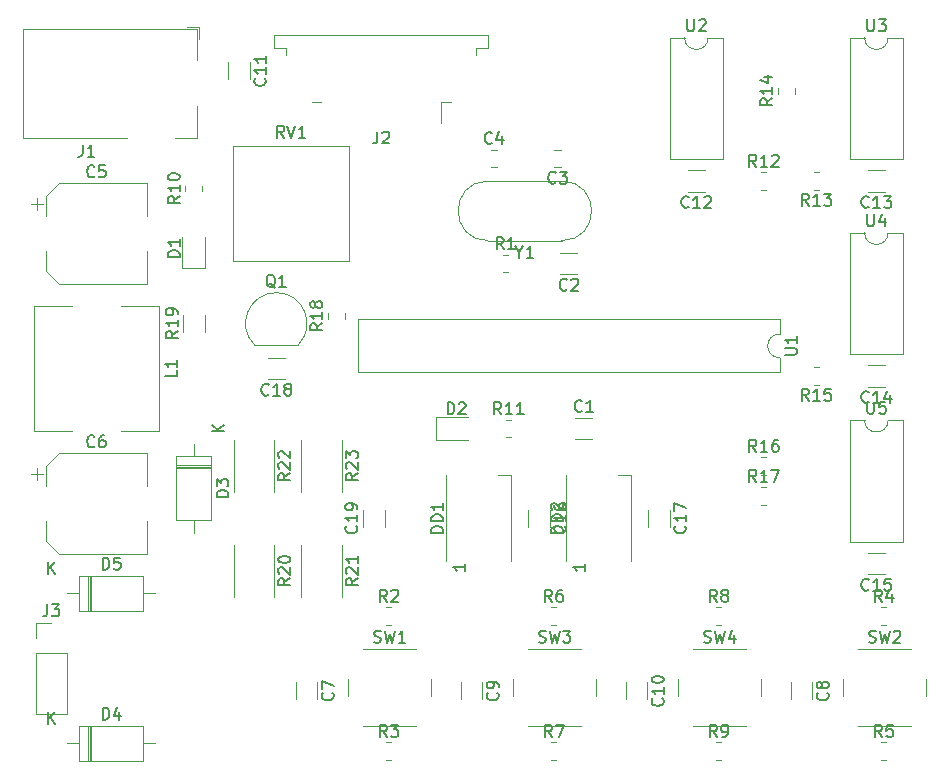
<source format=gbr>
%TF.GenerationSoftware,KiCad,Pcbnew,(5.1.10)-1*%
%TF.CreationDate,2021-06-26T23:15:49+03:00*%
%TF.ProjectId,ambient,616d6269-656e-4742-9e6b-696361645f70,rev?*%
%TF.SameCoordinates,Original*%
%TF.FileFunction,Legend,Top*%
%TF.FilePolarity,Positive*%
%FSLAX46Y46*%
G04 Gerber Fmt 4.6, Leading zero omitted, Abs format (unit mm)*
G04 Created by KiCad (PCBNEW (5.1.10)-1) date 2021-06-26 23:15:49*
%MOMM*%
%LPD*%
G01*
G04 APERTURE LIST*
%ADD10C,0.120000*%
%ADD11C,0.150000*%
G04 APERTURE END LIST*
D10*
%TO.C,C1*%
X60883748Y-48620000D02*
X62306252Y-48620000D01*
X60883748Y-50440000D02*
X62306252Y-50440000D01*
%TO.C,C2*%
X61036252Y-34650000D02*
X59613748Y-34650000D01*
X61036252Y-36470000D02*
X59613748Y-36470000D01*
%TO.C,J1*%
X29040000Y-16570000D02*
X29040000Y-15520000D01*
X27990000Y-15520000D02*
X29040000Y-15520000D01*
X22940000Y-24920000D02*
X14140000Y-24920000D01*
X14140000Y-24920000D02*
X14140000Y-15720000D01*
X28840000Y-22220000D02*
X28840000Y-24920000D01*
X28840000Y-24920000D02*
X26940000Y-24920000D01*
X14140000Y-15720000D02*
X28840000Y-15720000D01*
X28840000Y-15720000D02*
X28840000Y-18320000D01*
%TO.C,U1*%
X78165000Y-41545000D02*
X78165000Y-40295000D01*
X78165000Y-40295000D02*
X42485000Y-40295000D01*
X42485000Y-40295000D02*
X42485000Y-44795000D01*
X42485000Y-44795000D02*
X78165000Y-44795000D01*
X78165000Y-44795000D02*
X78165000Y-43545000D01*
X78165000Y-43545000D02*
G75*
G02*
X78165000Y-41545000I0J1000000D01*
G01*
%TO.C,C3*%
X59631252Y-27405000D02*
X59108748Y-27405000D01*
X59631252Y-25935000D02*
X59108748Y-25935000D01*
%TO.C,C4*%
X53713748Y-27405000D02*
X54236252Y-27405000D01*
X53713748Y-25935000D02*
X54236252Y-25935000D01*
%TO.C,R1*%
X54740436Y-34825000D02*
X55194564Y-34825000D01*
X54740436Y-36295000D02*
X55194564Y-36295000D01*
%TO.C,Y1*%
X59730000Y-33640000D02*
X53480000Y-33640000D01*
X59730000Y-28590000D02*
X53480000Y-28590000D01*
X59730000Y-28590000D02*
G75*
G02*
X59730000Y-33640000I0J-2525000D01*
G01*
X53480000Y-28590000D02*
G75*
G03*
X53480000Y-33640000I0J-2525000D01*
G01*
%TO.C,C5*%
X24580000Y-37280000D02*
X24580000Y-34530000D01*
X24580000Y-28760000D02*
X24580000Y-31510000D01*
X17124437Y-28760000D02*
X24580000Y-28760000D01*
X17124437Y-37280000D02*
X24580000Y-37280000D01*
X16060000Y-36215563D02*
X16060000Y-34530000D01*
X16060000Y-29824437D02*
X16060000Y-31510000D01*
X16060000Y-29824437D02*
X17124437Y-28760000D01*
X16060000Y-36215563D02*
X17124437Y-37280000D01*
X14820000Y-30510000D02*
X15820000Y-30510000D01*
X15320000Y-30010000D02*
X15320000Y-31010000D01*
%TO.C,C6*%
X15320000Y-52870000D02*
X15320000Y-53870000D01*
X14820000Y-53370000D02*
X15820000Y-53370000D01*
X16060000Y-59075563D02*
X17124437Y-60140000D01*
X16060000Y-52684437D02*
X17124437Y-51620000D01*
X16060000Y-52684437D02*
X16060000Y-54370000D01*
X16060000Y-59075563D02*
X16060000Y-57390000D01*
X17124437Y-60140000D02*
X24580000Y-60140000D01*
X17124437Y-51620000D02*
X24580000Y-51620000D01*
X24580000Y-51620000D02*
X24580000Y-54370000D01*
X24580000Y-60140000D02*
X24580000Y-57390000D01*
%TO.C,C7*%
X39010000Y-71043748D02*
X39010000Y-72466252D01*
X37190000Y-71043748D02*
X37190000Y-72466252D01*
%TO.C,L1*%
X18220000Y-49750000D02*
X15020000Y-49750000D01*
X15020000Y-49750000D02*
X15020000Y-39150000D01*
X15020000Y-39150000D02*
X18220000Y-39150000D01*
X22420000Y-39150000D02*
X25620000Y-39150000D01*
X25620000Y-39150000D02*
X25620000Y-49750000D01*
X25620000Y-49750000D02*
X22420000Y-49750000D01*
%TO.C,R2*%
X44857936Y-66140000D02*
X45312064Y-66140000D01*
X44857936Y-64670000D02*
X45312064Y-64670000D01*
%TO.C,R3*%
X44857936Y-76100000D02*
X45312064Y-76100000D01*
X44857936Y-77570000D02*
X45312064Y-77570000D01*
%TO.C,C8*%
X80920000Y-71043748D02*
X80920000Y-72466252D01*
X79100000Y-71043748D02*
X79100000Y-72466252D01*
%TO.C,C9*%
X51160000Y-71043748D02*
X51160000Y-72466252D01*
X52980000Y-71043748D02*
X52980000Y-72466252D01*
%TO.C,C10*%
X65130000Y-71043748D02*
X65130000Y-72466252D01*
X66950000Y-71043748D02*
X66950000Y-72466252D01*
%TO.C,C11*%
X33295000Y-18543748D02*
X33295000Y-19966252D01*
X31475000Y-18543748D02*
X31475000Y-19966252D01*
%TO.C,D1*%
X29535000Y-35975000D02*
X29535000Y-33290000D01*
X27615000Y-35975000D02*
X29535000Y-35975000D01*
X27615000Y-33290000D02*
X27615000Y-35975000D01*
%TO.C,D2*%
X51800000Y-48570000D02*
X49115000Y-48570000D01*
X49115000Y-48570000D02*
X49115000Y-50490000D01*
X49115000Y-50490000D02*
X51800000Y-50490000D01*
%TO.C,J2*%
X36405000Y-17895000D02*
X36405000Y-17355000D01*
X36405000Y-17355000D02*
X35380000Y-17355000D01*
X35380000Y-17355000D02*
X35380000Y-16245000D01*
X35380000Y-16245000D02*
X53520000Y-16245000D01*
X53520000Y-16245000D02*
X53520000Y-17355000D01*
X53520000Y-17355000D02*
X52495000Y-17355000D01*
X52495000Y-17355000D02*
X52495000Y-17895000D01*
X50340000Y-21865000D02*
X49515000Y-21865000D01*
X49515000Y-21865000D02*
X49515000Y-23665000D01*
X39385000Y-21865000D02*
X38560000Y-21865000D01*
%TO.C,R4*%
X86767936Y-64670000D02*
X87222064Y-64670000D01*
X86767936Y-66140000D02*
X87222064Y-66140000D01*
%TO.C,R5*%
X86767936Y-77570000D02*
X87222064Y-77570000D01*
X86767936Y-76100000D02*
X87222064Y-76100000D01*
%TO.C,R6*%
X58827936Y-66140000D02*
X59282064Y-66140000D01*
X58827936Y-64670000D02*
X59282064Y-64670000D01*
%TO.C,R7*%
X58827936Y-76100000D02*
X59282064Y-76100000D01*
X58827936Y-77570000D02*
X59282064Y-77570000D01*
%TO.C,R8*%
X72797936Y-66140000D02*
X73252064Y-66140000D01*
X72797936Y-64670000D02*
X73252064Y-64670000D01*
%TO.C,R9*%
X72797936Y-76100000D02*
X73252064Y-76100000D01*
X72797936Y-77570000D02*
X73252064Y-77570000D01*
%TO.C,R10*%
X27840000Y-29437064D02*
X27840000Y-28982936D01*
X29310000Y-29437064D02*
X29310000Y-28982936D01*
%TO.C,R11*%
X55017936Y-50265000D02*
X55472064Y-50265000D01*
X55017936Y-48795000D02*
X55472064Y-48795000D01*
%TO.C,RV1*%
X31930000Y-25595000D02*
X41700000Y-25595000D01*
X31930000Y-35365000D02*
X41700000Y-35365000D01*
X31930000Y-25595000D02*
X31930000Y-35365000D01*
X41700000Y-25595000D02*
X41700000Y-35365000D01*
%TO.C,C12*%
X71831252Y-27665000D02*
X70408748Y-27665000D01*
X71831252Y-29485000D02*
X70408748Y-29485000D01*
%TO.C,C13*%
X87071252Y-29485000D02*
X85648748Y-29485000D01*
X87071252Y-27665000D02*
X85648748Y-27665000D01*
%TO.C,C14*%
X87071252Y-44175000D02*
X85648748Y-44175000D01*
X87071252Y-45995000D02*
X85648748Y-45995000D01*
%TO.C,C15*%
X87071252Y-61870000D02*
X85648748Y-61870000D01*
X87071252Y-60050000D02*
X85648748Y-60050000D01*
%TO.C,R12*%
X76607936Y-27840000D02*
X77062064Y-27840000D01*
X76607936Y-29310000D02*
X77062064Y-29310000D01*
%TO.C,R13*%
X81507064Y-27840000D02*
X81052936Y-27840000D01*
X81507064Y-29310000D02*
X81052936Y-29310000D01*
%TO.C,R14*%
X78005000Y-21182064D02*
X78005000Y-20727936D01*
X79475000Y-21182064D02*
X79475000Y-20727936D01*
%TO.C,R15*%
X81507064Y-45820000D02*
X81052936Y-45820000D01*
X81507064Y-44350000D02*
X81052936Y-44350000D01*
%TO.C,R16*%
X76607936Y-53440000D02*
X77062064Y-53440000D01*
X76607936Y-51970000D02*
X77062064Y-51970000D01*
%TO.C,R17*%
X76607936Y-55980000D02*
X77062064Y-55980000D01*
X76607936Y-54510000D02*
X77062064Y-54510000D01*
%TO.C,U2*%
X70120000Y-16450000D02*
X68870000Y-16450000D01*
X68870000Y-16450000D02*
X68870000Y-26730000D01*
X68870000Y-26730000D02*
X73370000Y-26730000D01*
X73370000Y-26730000D02*
X73370000Y-16450000D01*
X73370000Y-16450000D02*
X72120000Y-16450000D01*
X72120000Y-16450000D02*
G75*
G02*
X70120000Y-16450000I-1000000J0D01*
G01*
%TO.C,U3*%
X88610000Y-16450000D02*
X87360000Y-16450000D01*
X88610000Y-26730000D02*
X88610000Y-16450000D01*
X84110000Y-26730000D02*
X88610000Y-26730000D01*
X84110000Y-16450000D02*
X84110000Y-26730000D01*
X85360000Y-16450000D02*
X84110000Y-16450000D01*
X87360000Y-16450000D02*
G75*
G02*
X85360000Y-16450000I-1000000J0D01*
G01*
%TO.C,U4*%
X85360000Y-32960000D02*
X84110000Y-32960000D01*
X84110000Y-32960000D02*
X84110000Y-43240000D01*
X84110000Y-43240000D02*
X88610000Y-43240000D01*
X88610000Y-43240000D02*
X88610000Y-32960000D01*
X88610000Y-32960000D02*
X87360000Y-32960000D01*
X87360000Y-32960000D02*
G75*
G02*
X85360000Y-32960000I-1000000J0D01*
G01*
%TO.C,U5*%
X88610000Y-48835000D02*
X87360000Y-48835000D01*
X88610000Y-59115000D02*
X88610000Y-48835000D01*
X84110000Y-59115000D02*
X88610000Y-59115000D01*
X84110000Y-48835000D02*
X84110000Y-59115000D01*
X85360000Y-48835000D02*
X84110000Y-48835000D01*
X87360000Y-48835000D02*
G75*
G02*
X85360000Y-48835000I-1000000J0D01*
G01*
%TO.C,SW1*%
X48660000Y-72215000D02*
X48660000Y-70715000D01*
X47410000Y-68215000D02*
X42910000Y-68215000D01*
X41660000Y-70715000D02*
X41660000Y-72215000D01*
X42910000Y-74715000D02*
X47410000Y-74715000D01*
%TO.C,SW2*%
X84820000Y-74715000D02*
X89320000Y-74715000D01*
X83570000Y-70715000D02*
X83570000Y-72215000D01*
X89320000Y-68215000D02*
X84820000Y-68215000D01*
X90570000Y-72215000D02*
X90570000Y-70715000D01*
%TO.C,SW3*%
X62630000Y-72215000D02*
X62630000Y-70715000D01*
X61380000Y-68215000D02*
X56880000Y-68215000D01*
X55630000Y-70715000D02*
X55630000Y-72215000D01*
X56880000Y-74715000D02*
X61380000Y-74715000D01*
%TO.C,SW4*%
X70850000Y-74715000D02*
X75350000Y-74715000D01*
X69600000Y-70715000D02*
X69600000Y-72215000D01*
X75350000Y-68215000D02*
X70850000Y-68215000D01*
X76600000Y-72215000D02*
X76600000Y-70715000D01*
%TO.C,C16*%
X58695000Y-56438748D02*
X58695000Y-57861252D01*
X56875000Y-56438748D02*
X56875000Y-57861252D01*
%TO.C,C17*%
X67035000Y-56438748D02*
X67035000Y-57861252D01*
X68855000Y-56438748D02*
X68855000Y-57861252D01*
%TO.C,C18*%
X36271252Y-43540000D02*
X34848748Y-43540000D01*
X36271252Y-45360000D02*
X34848748Y-45360000D01*
%TO.C,C19*%
X42905000Y-57861252D02*
X42905000Y-56438748D01*
X44725000Y-57861252D02*
X44725000Y-56438748D01*
%TO.C,D3*%
X30045000Y-52670000D02*
X27105000Y-52670000D01*
X30045000Y-52910000D02*
X27105000Y-52910000D01*
X30045000Y-52790000D02*
X27105000Y-52790000D01*
X28575000Y-58350000D02*
X28575000Y-57330000D01*
X28575000Y-50870000D02*
X28575000Y-51890000D01*
X30045000Y-57330000D02*
X30045000Y-51890000D01*
X27105000Y-57330000D02*
X30045000Y-57330000D01*
X27105000Y-51890000D02*
X27105000Y-57330000D01*
X30045000Y-51890000D02*
X27105000Y-51890000D01*
%TO.C,D4*%
X18870000Y-74730000D02*
X18870000Y-77670000D01*
X18870000Y-77670000D02*
X24310000Y-77670000D01*
X24310000Y-77670000D02*
X24310000Y-74730000D01*
X24310000Y-74730000D02*
X18870000Y-74730000D01*
X17850000Y-76200000D02*
X18870000Y-76200000D01*
X25330000Y-76200000D02*
X24310000Y-76200000D01*
X19770000Y-74730000D02*
X19770000Y-77670000D01*
X19890000Y-74730000D02*
X19890000Y-77670000D01*
X19650000Y-74730000D02*
X19650000Y-77670000D01*
%TO.C,D5*%
X19650000Y-62030000D02*
X19650000Y-64970000D01*
X19890000Y-62030000D02*
X19890000Y-64970000D01*
X19770000Y-62030000D02*
X19770000Y-64970000D01*
X25330000Y-63500000D02*
X24310000Y-63500000D01*
X17850000Y-63500000D02*
X18870000Y-63500000D01*
X24310000Y-62030000D02*
X18870000Y-62030000D01*
X24310000Y-64970000D02*
X24310000Y-62030000D01*
X18870000Y-64970000D02*
X24310000Y-64970000D01*
X18870000Y-62030000D02*
X18870000Y-64970000D01*
%TO.C,J3*%
X15180000Y-65980000D02*
X16510000Y-65980000D01*
X15180000Y-67310000D02*
X15180000Y-65980000D01*
X15180000Y-68580000D02*
X17840000Y-68580000D01*
X17840000Y-68580000D02*
X17840000Y-73720000D01*
X15180000Y-68580000D02*
X15180000Y-73720000D01*
X15180000Y-73720000D02*
X17840000Y-73720000D01*
%TO.C,R18*%
X41375000Y-40232064D02*
X41375000Y-39777936D01*
X39905000Y-40232064D02*
X39905000Y-39777936D01*
%TO.C,R19*%
X29485000Y-41367064D02*
X29485000Y-39912936D01*
X27665000Y-41367064D02*
X27665000Y-39912936D01*
%TO.C,R20*%
X35365000Y-59417936D02*
X35365000Y-63772064D01*
X31945000Y-59417936D02*
X31945000Y-63772064D01*
%TO.C,R21*%
X37660000Y-59417936D02*
X37660000Y-63772064D01*
X41080000Y-59417936D02*
X41080000Y-63772064D01*
%TO.C,R22*%
X35365000Y-50527936D02*
X35365000Y-54882064D01*
X31945000Y-50527936D02*
X31945000Y-54882064D01*
%TO.C,R23*%
X37660000Y-50527936D02*
X37660000Y-54882064D01*
X41080000Y-50527936D02*
X41080000Y-54882064D01*
%TO.C,DD1*%
X49955000Y-60800000D02*
X49955000Y-53500000D01*
X55455000Y-60800000D02*
X55455000Y-53500000D01*
X55455000Y-53500000D02*
X54305000Y-53500000D01*
%TO.C,DD2*%
X65615000Y-53500000D02*
X64465000Y-53500000D01*
X65615000Y-60800000D02*
X65615000Y-53500000D01*
X60115000Y-60800000D02*
X60115000Y-53500000D01*
%TO.C,Q1*%
X33760000Y-42490000D02*
X37360000Y-42490000D01*
X33721522Y-42478478D02*
G75*
G02*
X35560000Y-38040000I1838478J1838478D01*
G01*
X37398478Y-42478478D02*
G75*
G03*
X35560000Y-38040000I-1838478J1838478D01*
G01*
%TO.C, *%
D11*
%TO.C,C1*%
X61428333Y-48037142D02*
X61380714Y-48084761D01*
X61237857Y-48132380D01*
X61142619Y-48132380D01*
X60999761Y-48084761D01*
X60904523Y-47989523D01*
X60856904Y-47894285D01*
X60809285Y-47703809D01*
X60809285Y-47560952D01*
X60856904Y-47370476D01*
X60904523Y-47275238D01*
X60999761Y-47180000D01*
X61142619Y-47132380D01*
X61237857Y-47132380D01*
X61380714Y-47180000D01*
X61428333Y-47227619D01*
X62380714Y-48132380D02*
X61809285Y-48132380D01*
X62095000Y-48132380D02*
X62095000Y-47132380D01*
X61999761Y-47275238D01*
X61904523Y-47370476D01*
X61809285Y-47418095D01*
%TO.C,C2*%
X60158333Y-37767142D02*
X60110714Y-37814761D01*
X59967857Y-37862380D01*
X59872619Y-37862380D01*
X59729761Y-37814761D01*
X59634523Y-37719523D01*
X59586904Y-37624285D01*
X59539285Y-37433809D01*
X59539285Y-37290952D01*
X59586904Y-37100476D01*
X59634523Y-37005238D01*
X59729761Y-36910000D01*
X59872619Y-36862380D01*
X59967857Y-36862380D01*
X60110714Y-36910000D01*
X60158333Y-36957619D01*
X60539285Y-36957619D02*
X60586904Y-36910000D01*
X60682142Y-36862380D01*
X60920238Y-36862380D01*
X61015476Y-36910000D01*
X61063095Y-36957619D01*
X61110714Y-37052857D01*
X61110714Y-37148095D01*
X61063095Y-37290952D01*
X60491666Y-37862380D01*
X61110714Y-37862380D01*
%TO.C,J1*%
X19156666Y-25522380D02*
X19156666Y-26236666D01*
X19109047Y-26379523D01*
X19013809Y-26474761D01*
X18870952Y-26522380D01*
X18775714Y-26522380D01*
X20156666Y-26522380D02*
X19585238Y-26522380D01*
X19870952Y-26522380D02*
X19870952Y-25522380D01*
X19775714Y-25665238D01*
X19680476Y-25760476D01*
X19585238Y-25808095D01*
%TO.C,U1*%
X78617380Y-43306904D02*
X79426904Y-43306904D01*
X79522142Y-43259285D01*
X79569761Y-43211666D01*
X79617380Y-43116428D01*
X79617380Y-42925952D01*
X79569761Y-42830714D01*
X79522142Y-42783095D01*
X79426904Y-42735476D01*
X78617380Y-42735476D01*
X79617380Y-41735476D02*
X79617380Y-42306904D01*
X79617380Y-42021190D02*
X78617380Y-42021190D01*
X78760238Y-42116428D01*
X78855476Y-42211666D01*
X78903095Y-42306904D01*
%TO.C,C3*%
X59203333Y-28707142D02*
X59155714Y-28754761D01*
X59012857Y-28802380D01*
X58917619Y-28802380D01*
X58774761Y-28754761D01*
X58679523Y-28659523D01*
X58631904Y-28564285D01*
X58584285Y-28373809D01*
X58584285Y-28230952D01*
X58631904Y-28040476D01*
X58679523Y-27945238D01*
X58774761Y-27850000D01*
X58917619Y-27802380D01*
X59012857Y-27802380D01*
X59155714Y-27850000D01*
X59203333Y-27897619D01*
X59536666Y-27802380D02*
X60155714Y-27802380D01*
X59822380Y-28183333D01*
X59965238Y-28183333D01*
X60060476Y-28230952D01*
X60108095Y-28278571D01*
X60155714Y-28373809D01*
X60155714Y-28611904D01*
X60108095Y-28707142D01*
X60060476Y-28754761D01*
X59965238Y-28802380D01*
X59679523Y-28802380D01*
X59584285Y-28754761D01*
X59536666Y-28707142D01*
%TO.C,C4*%
X53808333Y-25347142D02*
X53760714Y-25394761D01*
X53617857Y-25442380D01*
X53522619Y-25442380D01*
X53379761Y-25394761D01*
X53284523Y-25299523D01*
X53236904Y-25204285D01*
X53189285Y-25013809D01*
X53189285Y-24870952D01*
X53236904Y-24680476D01*
X53284523Y-24585238D01*
X53379761Y-24490000D01*
X53522619Y-24442380D01*
X53617857Y-24442380D01*
X53760714Y-24490000D01*
X53808333Y-24537619D01*
X54665476Y-24775714D02*
X54665476Y-25442380D01*
X54427380Y-24394761D02*
X54189285Y-25109047D01*
X54808333Y-25109047D01*
%TO.C,R1*%
X54800833Y-34362380D02*
X54467500Y-33886190D01*
X54229404Y-34362380D02*
X54229404Y-33362380D01*
X54610357Y-33362380D01*
X54705595Y-33410000D01*
X54753214Y-33457619D01*
X54800833Y-33552857D01*
X54800833Y-33695714D01*
X54753214Y-33790952D01*
X54705595Y-33838571D01*
X54610357Y-33886190D01*
X54229404Y-33886190D01*
X55753214Y-34362380D02*
X55181785Y-34362380D01*
X55467500Y-34362380D02*
X55467500Y-33362380D01*
X55372261Y-33505238D01*
X55277023Y-33600476D01*
X55181785Y-33648095D01*
%TO.C,Y1*%
X56128809Y-34616190D02*
X56128809Y-35092380D01*
X55795476Y-34092380D02*
X56128809Y-34616190D01*
X56462142Y-34092380D01*
X57319285Y-35092380D02*
X56747857Y-35092380D01*
X57033571Y-35092380D02*
X57033571Y-34092380D01*
X56938333Y-34235238D01*
X56843095Y-34330476D01*
X56747857Y-34378095D01*
%TO.C,C5*%
X20153333Y-28177142D02*
X20105714Y-28224761D01*
X19962857Y-28272380D01*
X19867619Y-28272380D01*
X19724761Y-28224761D01*
X19629523Y-28129523D01*
X19581904Y-28034285D01*
X19534285Y-27843809D01*
X19534285Y-27700952D01*
X19581904Y-27510476D01*
X19629523Y-27415238D01*
X19724761Y-27320000D01*
X19867619Y-27272380D01*
X19962857Y-27272380D01*
X20105714Y-27320000D01*
X20153333Y-27367619D01*
X21058095Y-27272380D02*
X20581904Y-27272380D01*
X20534285Y-27748571D01*
X20581904Y-27700952D01*
X20677142Y-27653333D01*
X20915238Y-27653333D01*
X21010476Y-27700952D01*
X21058095Y-27748571D01*
X21105714Y-27843809D01*
X21105714Y-28081904D01*
X21058095Y-28177142D01*
X21010476Y-28224761D01*
X20915238Y-28272380D01*
X20677142Y-28272380D01*
X20581904Y-28224761D01*
X20534285Y-28177142D01*
%TO.C,C6*%
X20153333Y-51037142D02*
X20105714Y-51084761D01*
X19962857Y-51132380D01*
X19867619Y-51132380D01*
X19724761Y-51084761D01*
X19629523Y-50989523D01*
X19581904Y-50894285D01*
X19534285Y-50703809D01*
X19534285Y-50560952D01*
X19581904Y-50370476D01*
X19629523Y-50275238D01*
X19724761Y-50180000D01*
X19867619Y-50132380D01*
X19962857Y-50132380D01*
X20105714Y-50180000D01*
X20153333Y-50227619D01*
X21010476Y-50132380D02*
X20820000Y-50132380D01*
X20724761Y-50180000D01*
X20677142Y-50227619D01*
X20581904Y-50370476D01*
X20534285Y-50560952D01*
X20534285Y-50941904D01*
X20581904Y-51037142D01*
X20629523Y-51084761D01*
X20724761Y-51132380D01*
X20915238Y-51132380D01*
X21010476Y-51084761D01*
X21058095Y-51037142D01*
X21105714Y-50941904D01*
X21105714Y-50703809D01*
X21058095Y-50608571D01*
X21010476Y-50560952D01*
X20915238Y-50513333D01*
X20724761Y-50513333D01*
X20629523Y-50560952D01*
X20581904Y-50608571D01*
X20534285Y-50703809D01*
%TO.C,C7*%
X40307142Y-71921666D02*
X40354761Y-71969285D01*
X40402380Y-72112142D01*
X40402380Y-72207380D01*
X40354761Y-72350238D01*
X40259523Y-72445476D01*
X40164285Y-72493095D01*
X39973809Y-72540714D01*
X39830952Y-72540714D01*
X39640476Y-72493095D01*
X39545238Y-72445476D01*
X39450000Y-72350238D01*
X39402380Y-72207380D01*
X39402380Y-72112142D01*
X39450000Y-71969285D01*
X39497619Y-71921666D01*
X39402380Y-71588333D02*
X39402380Y-70921666D01*
X40402380Y-71350238D01*
%TO.C,L1*%
X27122380Y-44616666D02*
X27122380Y-45092857D01*
X26122380Y-45092857D01*
X27122380Y-43759523D02*
X27122380Y-44330952D01*
X27122380Y-44045238D02*
X26122380Y-44045238D01*
X26265238Y-44140476D01*
X26360476Y-44235714D01*
X26408095Y-44330952D01*
%TO.C,R2*%
X44918333Y-64207380D02*
X44585000Y-63731190D01*
X44346904Y-64207380D02*
X44346904Y-63207380D01*
X44727857Y-63207380D01*
X44823095Y-63255000D01*
X44870714Y-63302619D01*
X44918333Y-63397857D01*
X44918333Y-63540714D01*
X44870714Y-63635952D01*
X44823095Y-63683571D01*
X44727857Y-63731190D01*
X44346904Y-63731190D01*
X45299285Y-63302619D02*
X45346904Y-63255000D01*
X45442142Y-63207380D01*
X45680238Y-63207380D01*
X45775476Y-63255000D01*
X45823095Y-63302619D01*
X45870714Y-63397857D01*
X45870714Y-63493095D01*
X45823095Y-63635952D01*
X45251666Y-64207380D01*
X45870714Y-64207380D01*
%TO.C,R3*%
X44918333Y-75637380D02*
X44585000Y-75161190D01*
X44346904Y-75637380D02*
X44346904Y-74637380D01*
X44727857Y-74637380D01*
X44823095Y-74685000D01*
X44870714Y-74732619D01*
X44918333Y-74827857D01*
X44918333Y-74970714D01*
X44870714Y-75065952D01*
X44823095Y-75113571D01*
X44727857Y-75161190D01*
X44346904Y-75161190D01*
X45251666Y-74637380D02*
X45870714Y-74637380D01*
X45537380Y-75018333D01*
X45680238Y-75018333D01*
X45775476Y-75065952D01*
X45823095Y-75113571D01*
X45870714Y-75208809D01*
X45870714Y-75446904D01*
X45823095Y-75542142D01*
X45775476Y-75589761D01*
X45680238Y-75637380D01*
X45394523Y-75637380D01*
X45299285Y-75589761D01*
X45251666Y-75542142D01*
%TO.C,C8*%
X82217142Y-71921666D02*
X82264761Y-71969285D01*
X82312380Y-72112142D01*
X82312380Y-72207380D01*
X82264761Y-72350238D01*
X82169523Y-72445476D01*
X82074285Y-72493095D01*
X81883809Y-72540714D01*
X81740952Y-72540714D01*
X81550476Y-72493095D01*
X81455238Y-72445476D01*
X81360000Y-72350238D01*
X81312380Y-72207380D01*
X81312380Y-72112142D01*
X81360000Y-71969285D01*
X81407619Y-71921666D01*
X81740952Y-71350238D02*
X81693333Y-71445476D01*
X81645714Y-71493095D01*
X81550476Y-71540714D01*
X81502857Y-71540714D01*
X81407619Y-71493095D01*
X81360000Y-71445476D01*
X81312380Y-71350238D01*
X81312380Y-71159761D01*
X81360000Y-71064523D01*
X81407619Y-71016904D01*
X81502857Y-70969285D01*
X81550476Y-70969285D01*
X81645714Y-71016904D01*
X81693333Y-71064523D01*
X81740952Y-71159761D01*
X81740952Y-71350238D01*
X81788571Y-71445476D01*
X81836190Y-71493095D01*
X81931428Y-71540714D01*
X82121904Y-71540714D01*
X82217142Y-71493095D01*
X82264761Y-71445476D01*
X82312380Y-71350238D01*
X82312380Y-71159761D01*
X82264761Y-71064523D01*
X82217142Y-71016904D01*
X82121904Y-70969285D01*
X81931428Y-70969285D01*
X81836190Y-71016904D01*
X81788571Y-71064523D01*
X81740952Y-71159761D01*
%TO.C,C9*%
X54277142Y-71921666D02*
X54324761Y-71969285D01*
X54372380Y-72112142D01*
X54372380Y-72207380D01*
X54324761Y-72350238D01*
X54229523Y-72445476D01*
X54134285Y-72493095D01*
X53943809Y-72540714D01*
X53800952Y-72540714D01*
X53610476Y-72493095D01*
X53515238Y-72445476D01*
X53420000Y-72350238D01*
X53372380Y-72207380D01*
X53372380Y-72112142D01*
X53420000Y-71969285D01*
X53467619Y-71921666D01*
X54372380Y-71445476D02*
X54372380Y-71255000D01*
X54324761Y-71159761D01*
X54277142Y-71112142D01*
X54134285Y-71016904D01*
X53943809Y-70969285D01*
X53562857Y-70969285D01*
X53467619Y-71016904D01*
X53420000Y-71064523D01*
X53372380Y-71159761D01*
X53372380Y-71350238D01*
X53420000Y-71445476D01*
X53467619Y-71493095D01*
X53562857Y-71540714D01*
X53800952Y-71540714D01*
X53896190Y-71493095D01*
X53943809Y-71445476D01*
X53991428Y-71350238D01*
X53991428Y-71159761D01*
X53943809Y-71064523D01*
X53896190Y-71016904D01*
X53800952Y-70969285D01*
%TO.C,C10*%
X68247142Y-72397857D02*
X68294761Y-72445476D01*
X68342380Y-72588333D01*
X68342380Y-72683571D01*
X68294761Y-72826428D01*
X68199523Y-72921666D01*
X68104285Y-72969285D01*
X67913809Y-73016904D01*
X67770952Y-73016904D01*
X67580476Y-72969285D01*
X67485238Y-72921666D01*
X67390000Y-72826428D01*
X67342380Y-72683571D01*
X67342380Y-72588333D01*
X67390000Y-72445476D01*
X67437619Y-72397857D01*
X68342380Y-71445476D02*
X68342380Y-72016904D01*
X68342380Y-71731190D02*
X67342380Y-71731190D01*
X67485238Y-71826428D01*
X67580476Y-71921666D01*
X67628095Y-72016904D01*
X67342380Y-70826428D02*
X67342380Y-70731190D01*
X67390000Y-70635952D01*
X67437619Y-70588333D01*
X67532857Y-70540714D01*
X67723333Y-70493095D01*
X67961428Y-70493095D01*
X68151904Y-70540714D01*
X68247142Y-70588333D01*
X68294761Y-70635952D01*
X68342380Y-70731190D01*
X68342380Y-70826428D01*
X68294761Y-70921666D01*
X68247142Y-70969285D01*
X68151904Y-71016904D01*
X67961428Y-71064523D01*
X67723333Y-71064523D01*
X67532857Y-71016904D01*
X67437619Y-70969285D01*
X67390000Y-70921666D01*
X67342380Y-70826428D01*
%TO.C,C11*%
X34592142Y-19897857D02*
X34639761Y-19945476D01*
X34687380Y-20088333D01*
X34687380Y-20183571D01*
X34639761Y-20326428D01*
X34544523Y-20421666D01*
X34449285Y-20469285D01*
X34258809Y-20516904D01*
X34115952Y-20516904D01*
X33925476Y-20469285D01*
X33830238Y-20421666D01*
X33735000Y-20326428D01*
X33687380Y-20183571D01*
X33687380Y-20088333D01*
X33735000Y-19945476D01*
X33782619Y-19897857D01*
X34687380Y-18945476D02*
X34687380Y-19516904D01*
X34687380Y-19231190D02*
X33687380Y-19231190D01*
X33830238Y-19326428D01*
X33925476Y-19421666D01*
X33973095Y-19516904D01*
X34687380Y-17993095D02*
X34687380Y-18564523D01*
X34687380Y-18278809D02*
X33687380Y-18278809D01*
X33830238Y-18374047D01*
X33925476Y-18469285D01*
X33973095Y-18564523D01*
%TO.C,D1*%
X27377380Y-35028095D02*
X26377380Y-35028095D01*
X26377380Y-34790000D01*
X26425000Y-34647142D01*
X26520238Y-34551904D01*
X26615476Y-34504285D01*
X26805952Y-34456666D01*
X26948809Y-34456666D01*
X27139285Y-34504285D01*
X27234523Y-34551904D01*
X27329761Y-34647142D01*
X27377380Y-34790000D01*
X27377380Y-35028095D01*
X27377380Y-33504285D02*
X27377380Y-34075714D01*
X27377380Y-33790000D02*
X26377380Y-33790000D01*
X26520238Y-33885238D01*
X26615476Y-33980476D01*
X26663095Y-34075714D01*
%TO.C,D2*%
X50061904Y-48332380D02*
X50061904Y-47332380D01*
X50300000Y-47332380D01*
X50442857Y-47380000D01*
X50538095Y-47475238D01*
X50585714Y-47570476D01*
X50633333Y-47760952D01*
X50633333Y-47903809D01*
X50585714Y-48094285D01*
X50538095Y-48189523D01*
X50442857Y-48284761D01*
X50300000Y-48332380D01*
X50061904Y-48332380D01*
X51014285Y-47427619D02*
X51061904Y-47380000D01*
X51157142Y-47332380D01*
X51395238Y-47332380D01*
X51490476Y-47380000D01*
X51538095Y-47427619D01*
X51585714Y-47522857D01*
X51585714Y-47618095D01*
X51538095Y-47760952D01*
X50966666Y-48332380D01*
X51585714Y-48332380D01*
%TO.C,J2*%
X44116666Y-24407380D02*
X44116666Y-25121666D01*
X44069047Y-25264523D01*
X43973809Y-25359761D01*
X43830952Y-25407380D01*
X43735714Y-25407380D01*
X44545238Y-24502619D02*
X44592857Y-24455000D01*
X44688095Y-24407380D01*
X44926190Y-24407380D01*
X45021428Y-24455000D01*
X45069047Y-24502619D01*
X45116666Y-24597857D01*
X45116666Y-24693095D01*
X45069047Y-24835952D01*
X44497619Y-25407380D01*
X45116666Y-25407380D01*
%TO.C,R4*%
X86828333Y-64207380D02*
X86495000Y-63731190D01*
X86256904Y-64207380D02*
X86256904Y-63207380D01*
X86637857Y-63207380D01*
X86733095Y-63255000D01*
X86780714Y-63302619D01*
X86828333Y-63397857D01*
X86828333Y-63540714D01*
X86780714Y-63635952D01*
X86733095Y-63683571D01*
X86637857Y-63731190D01*
X86256904Y-63731190D01*
X87685476Y-63540714D02*
X87685476Y-64207380D01*
X87447380Y-63159761D02*
X87209285Y-63874047D01*
X87828333Y-63874047D01*
%TO.C,R5*%
X86828333Y-75637380D02*
X86495000Y-75161190D01*
X86256904Y-75637380D02*
X86256904Y-74637380D01*
X86637857Y-74637380D01*
X86733095Y-74685000D01*
X86780714Y-74732619D01*
X86828333Y-74827857D01*
X86828333Y-74970714D01*
X86780714Y-75065952D01*
X86733095Y-75113571D01*
X86637857Y-75161190D01*
X86256904Y-75161190D01*
X87733095Y-74637380D02*
X87256904Y-74637380D01*
X87209285Y-75113571D01*
X87256904Y-75065952D01*
X87352142Y-75018333D01*
X87590238Y-75018333D01*
X87685476Y-75065952D01*
X87733095Y-75113571D01*
X87780714Y-75208809D01*
X87780714Y-75446904D01*
X87733095Y-75542142D01*
X87685476Y-75589761D01*
X87590238Y-75637380D01*
X87352142Y-75637380D01*
X87256904Y-75589761D01*
X87209285Y-75542142D01*
%TO.C,R6*%
X58888333Y-64207380D02*
X58555000Y-63731190D01*
X58316904Y-64207380D02*
X58316904Y-63207380D01*
X58697857Y-63207380D01*
X58793095Y-63255000D01*
X58840714Y-63302619D01*
X58888333Y-63397857D01*
X58888333Y-63540714D01*
X58840714Y-63635952D01*
X58793095Y-63683571D01*
X58697857Y-63731190D01*
X58316904Y-63731190D01*
X59745476Y-63207380D02*
X59555000Y-63207380D01*
X59459761Y-63255000D01*
X59412142Y-63302619D01*
X59316904Y-63445476D01*
X59269285Y-63635952D01*
X59269285Y-64016904D01*
X59316904Y-64112142D01*
X59364523Y-64159761D01*
X59459761Y-64207380D01*
X59650238Y-64207380D01*
X59745476Y-64159761D01*
X59793095Y-64112142D01*
X59840714Y-64016904D01*
X59840714Y-63778809D01*
X59793095Y-63683571D01*
X59745476Y-63635952D01*
X59650238Y-63588333D01*
X59459761Y-63588333D01*
X59364523Y-63635952D01*
X59316904Y-63683571D01*
X59269285Y-63778809D01*
%TO.C,R7*%
X58888333Y-75637380D02*
X58555000Y-75161190D01*
X58316904Y-75637380D02*
X58316904Y-74637380D01*
X58697857Y-74637380D01*
X58793095Y-74685000D01*
X58840714Y-74732619D01*
X58888333Y-74827857D01*
X58888333Y-74970714D01*
X58840714Y-75065952D01*
X58793095Y-75113571D01*
X58697857Y-75161190D01*
X58316904Y-75161190D01*
X59221666Y-74637380D02*
X59888333Y-74637380D01*
X59459761Y-75637380D01*
%TO.C,R8*%
X72858333Y-64207380D02*
X72525000Y-63731190D01*
X72286904Y-64207380D02*
X72286904Y-63207380D01*
X72667857Y-63207380D01*
X72763095Y-63255000D01*
X72810714Y-63302619D01*
X72858333Y-63397857D01*
X72858333Y-63540714D01*
X72810714Y-63635952D01*
X72763095Y-63683571D01*
X72667857Y-63731190D01*
X72286904Y-63731190D01*
X73429761Y-63635952D02*
X73334523Y-63588333D01*
X73286904Y-63540714D01*
X73239285Y-63445476D01*
X73239285Y-63397857D01*
X73286904Y-63302619D01*
X73334523Y-63255000D01*
X73429761Y-63207380D01*
X73620238Y-63207380D01*
X73715476Y-63255000D01*
X73763095Y-63302619D01*
X73810714Y-63397857D01*
X73810714Y-63445476D01*
X73763095Y-63540714D01*
X73715476Y-63588333D01*
X73620238Y-63635952D01*
X73429761Y-63635952D01*
X73334523Y-63683571D01*
X73286904Y-63731190D01*
X73239285Y-63826428D01*
X73239285Y-64016904D01*
X73286904Y-64112142D01*
X73334523Y-64159761D01*
X73429761Y-64207380D01*
X73620238Y-64207380D01*
X73715476Y-64159761D01*
X73763095Y-64112142D01*
X73810714Y-64016904D01*
X73810714Y-63826428D01*
X73763095Y-63731190D01*
X73715476Y-63683571D01*
X73620238Y-63635952D01*
%TO.C,R9*%
X72858333Y-75637380D02*
X72525000Y-75161190D01*
X72286904Y-75637380D02*
X72286904Y-74637380D01*
X72667857Y-74637380D01*
X72763095Y-74685000D01*
X72810714Y-74732619D01*
X72858333Y-74827857D01*
X72858333Y-74970714D01*
X72810714Y-75065952D01*
X72763095Y-75113571D01*
X72667857Y-75161190D01*
X72286904Y-75161190D01*
X73334523Y-75637380D02*
X73525000Y-75637380D01*
X73620238Y-75589761D01*
X73667857Y-75542142D01*
X73763095Y-75399285D01*
X73810714Y-75208809D01*
X73810714Y-74827857D01*
X73763095Y-74732619D01*
X73715476Y-74685000D01*
X73620238Y-74637380D01*
X73429761Y-74637380D01*
X73334523Y-74685000D01*
X73286904Y-74732619D01*
X73239285Y-74827857D01*
X73239285Y-75065952D01*
X73286904Y-75161190D01*
X73334523Y-75208809D01*
X73429761Y-75256428D01*
X73620238Y-75256428D01*
X73715476Y-75208809D01*
X73763095Y-75161190D01*
X73810714Y-75065952D01*
%TO.C,R10*%
X27377380Y-29852857D02*
X26901190Y-30186190D01*
X27377380Y-30424285D02*
X26377380Y-30424285D01*
X26377380Y-30043333D01*
X26425000Y-29948095D01*
X26472619Y-29900476D01*
X26567857Y-29852857D01*
X26710714Y-29852857D01*
X26805952Y-29900476D01*
X26853571Y-29948095D01*
X26901190Y-30043333D01*
X26901190Y-30424285D01*
X27377380Y-28900476D02*
X27377380Y-29471904D01*
X27377380Y-29186190D02*
X26377380Y-29186190D01*
X26520238Y-29281428D01*
X26615476Y-29376666D01*
X26663095Y-29471904D01*
X26377380Y-28281428D02*
X26377380Y-28186190D01*
X26425000Y-28090952D01*
X26472619Y-28043333D01*
X26567857Y-27995714D01*
X26758333Y-27948095D01*
X26996428Y-27948095D01*
X27186904Y-27995714D01*
X27282142Y-28043333D01*
X27329761Y-28090952D01*
X27377380Y-28186190D01*
X27377380Y-28281428D01*
X27329761Y-28376666D01*
X27282142Y-28424285D01*
X27186904Y-28471904D01*
X26996428Y-28519523D01*
X26758333Y-28519523D01*
X26567857Y-28471904D01*
X26472619Y-28424285D01*
X26425000Y-28376666D01*
X26377380Y-28281428D01*
%TO.C,R11*%
X54602142Y-48332380D02*
X54268809Y-47856190D01*
X54030714Y-48332380D02*
X54030714Y-47332380D01*
X54411666Y-47332380D01*
X54506904Y-47380000D01*
X54554523Y-47427619D01*
X54602142Y-47522857D01*
X54602142Y-47665714D01*
X54554523Y-47760952D01*
X54506904Y-47808571D01*
X54411666Y-47856190D01*
X54030714Y-47856190D01*
X55554523Y-48332380D02*
X54983095Y-48332380D01*
X55268809Y-48332380D02*
X55268809Y-47332380D01*
X55173571Y-47475238D01*
X55078333Y-47570476D01*
X54983095Y-47618095D01*
X56506904Y-48332380D02*
X55935476Y-48332380D01*
X56221190Y-48332380D02*
X56221190Y-47332380D01*
X56125952Y-47475238D01*
X56030714Y-47570476D01*
X55935476Y-47618095D01*
%TO.C,RV1*%
X36219761Y-24917380D02*
X35886428Y-24441190D01*
X35648333Y-24917380D02*
X35648333Y-23917380D01*
X36029285Y-23917380D01*
X36124523Y-23965000D01*
X36172142Y-24012619D01*
X36219761Y-24107857D01*
X36219761Y-24250714D01*
X36172142Y-24345952D01*
X36124523Y-24393571D01*
X36029285Y-24441190D01*
X35648333Y-24441190D01*
X36505476Y-23917380D02*
X36838809Y-24917380D01*
X37172142Y-23917380D01*
X38029285Y-24917380D02*
X37457857Y-24917380D01*
X37743571Y-24917380D02*
X37743571Y-23917380D01*
X37648333Y-24060238D01*
X37553095Y-24155476D01*
X37457857Y-24203095D01*
%TO.C,C12*%
X70477142Y-30782142D02*
X70429523Y-30829761D01*
X70286666Y-30877380D01*
X70191428Y-30877380D01*
X70048571Y-30829761D01*
X69953333Y-30734523D01*
X69905714Y-30639285D01*
X69858095Y-30448809D01*
X69858095Y-30305952D01*
X69905714Y-30115476D01*
X69953333Y-30020238D01*
X70048571Y-29925000D01*
X70191428Y-29877380D01*
X70286666Y-29877380D01*
X70429523Y-29925000D01*
X70477142Y-29972619D01*
X71429523Y-30877380D02*
X70858095Y-30877380D01*
X71143809Y-30877380D02*
X71143809Y-29877380D01*
X71048571Y-30020238D01*
X70953333Y-30115476D01*
X70858095Y-30163095D01*
X71810476Y-29972619D02*
X71858095Y-29925000D01*
X71953333Y-29877380D01*
X72191428Y-29877380D01*
X72286666Y-29925000D01*
X72334285Y-29972619D01*
X72381904Y-30067857D01*
X72381904Y-30163095D01*
X72334285Y-30305952D01*
X71762857Y-30877380D01*
X72381904Y-30877380D01*
%TO.C,C13*%
X85717142Y-30782142D02*
X85669523Y-30829761D01*
X85526666Y-30877380D01*
X85431428Y-30877380D01*
X85288571Y-30829761D01*
X85193333Y-30734523D01*
X85145714Y-30639285D01*
X85098095Y-30448809D01*
X85098095Y-30305952D01*
X85145714Y-30115476D01*
X85193333Y-30020238D01*
X85288571Y-29925000D01*
X85431428Y-29877380D01*
X85526666Y-29877380D01*
X85669523Y-29925000D01*
X85717142Y-29972619D01*
X86669523Y-30877380D02*
X86098095Y-30877380D01*
X86383809Y-30877380D02*
X86383809Y-29877380D01*
X86288571Y-30020238D01*
X86193333Y-30115476D01*
X86098095Y-30163095D01*
X87002857Y-29877380D02*
X87621904Y-29877380D01*
X87288571Y-30258333D01*
X87431428Y-30258333D01*
X87526666Y-30305952D01*
X87574285Y-30353571D01*
X87621904Y-30448809D01*
X87621904Y-30686904D01*
X87574285Y-30782142D01*
X87526666Y-30829761D01*
X87431428Y-30877380D01*
X87145714Y-30877380D01*
X87050476Y-30829761D01*
X87002857Y-30782142D01*
%TO.C,C14*%
X85717142Y-47292142D02*
X85669523Y-47339761D01*
X85526666Y-47387380D01*
X85431428Y-47387380D01*
X85288571Y-47339761D01*
X85193333Y-47244523D01*
X85145714Y-47149285D01*
X85098095Y-46958809D01*
X85098095Y-46815952D01*
X85145714Y-46625476D01*
X85193333Y-46530238D01*
X85288571Y-46435000D01*
X85431428Y-46387380D01*
X85526666Y-46387380D01*
X85669523Y-46435000D01*
X85717142Y-46482619D01*
X86669523Y-47387380D02*
X86098095Y-47387380D01*
X86383809Y-47387380D02*
X86383809Y-46387380D01*
X86288571Y-46530238D01*
X86193333Y-46625476D01*
X86098095Y-46673095D01*
X87526666Y-46720714D02*
X87526666Y-47387380D01*
X87288571Y-46339761D02*
X87050476Y-47054047D01*
X87669523Y-47054047D01*
%TO.C,C15*%
X85717142Y-63167142D02*
X85669523Y-63214761D01*
X85526666Y-63262380D01*
X85431428Y-63262380D01*
X85288571Y-63214761D01*
X85193333Y-63119523D01*
X85145714Y-63024285D01*
X85098095Y-62833809D01*
X85098095Y-62690952D01*
X85145714Y-62500476D01*
X85193333Y-62405238D01*
X85288571Y-62310000D01*
X85431428Y-62262380D01*
X85526666Y-62262380D01*
X85669523Y-62310000D01*
X85717142Y-62357619D01*
X86669523Y-63262380D02*
X86098095Y-63262380D01*
X86383809Y-63262380D02*
X86383809Y-62262380D01*
X86288571Y-62405238D01*
X86193333Y-62500476D01*
X86098095Y-62548095D01*
X87574285Y-62262380D02*
X87098095Y-62262380D01*
X87050476Y-62738571D01*
X87098095Y-62690952D01*
X87193333Y-62643333D01*
X87431428Y-62643333D01*
X87526666Y-62690952D01*
X87574285Y-62738571D01*
X87621904Y-62833809D01*
X87621904Y-63071904D01*
X87574285Y-63167142D01*
X87526666Y-63214761D01*
X87431428Y-63262380D01*
X87193333Y-63262380D01*
X87098095Y-63214761D01*
X87050476Y-63167142D01*
%TO.C,R12*%
X76192142Y-27377380D02*
X75858809Y-26901190D01*
X75620714Y-27377380D02*
X75620714Y-26377380D01*
X76001666Y-26377380D01*
X76096904Y-26425000D01*
X76144523Y-26472619D01*
X76192142Y-26567857D01*
X76192142Y-26710714D01*
X76144523Y-26805952D01*
X76096904Y-26853571D01*
X76001666Y-26901190D01*
X75620714Y-26901190D01*
X77144523Y-27377380D02*
X76573095Y-27377380D01*
X76858809Y-27377380D02*
X76858809Y-26377380D01*
X76763571Y-26520238D01*
X76668333Y-26615476D01*
X76573095Y-26663095D01*
X77525476Y-26472619D02*
X77573095Y-26425000D01*
X77668333Y-26377380D01*
X77906428Y-26377380D01*
X78001666Y-26425000D01*
X78049285Y-26472619D01*
X78096904Y-26567857D01*
X78096904Y-26663095D01*
X78049285Y-26805952D01*
X77477857Y-27377380D01*
X78096904Y-27377380D01*
%TO.C,R13*%
X80637142Y-30677380D02*
X80303809Y-30201190D01*
X80065714Y-30677380D02*
X80065714Y-29677380D01*
X80446666Y-29677380D01*
X80541904Y-29725000D01*
X80589523Y-29772619D01*
X80637142Y-29867857D01*
X80637142Y-30010714D01*
X80589523Y-30105952D01*
X80541904Y-30153571D01*
X80446666Y-30201190D01*
X80065714Y-30201190D01*
X81589523Y-30677380D02*
X81018095Y-30677380D01*
X81303809Y-30677380D02*
X81303809Y-29677380D01*
X81208571Y-29820238D01*
X81113333Y-29915476D01*
X81018095Y-29963095D01*
X81922857Y-29677380D02*
X82541904Y-29677380D01*
X82208571Y-30058333D01*
X82351428Y-30058333D01*
X82446666Y-30105952D01*
X82494285Y-30153571D01*
X82541904Y-30248809D01*
X82541904Y-30486904D01*
X82494285Y-30582142D01*
X82446666Y-30629761D01*
X82351428Y-30677380D01*
X82065714Y-30677380D01*
X81970476Y-30629761D01*
X81922857Y-30582142D01*
%TO.C,R14*%
X77542380Y-21597857D02*
X77066190Y-21931190D01*
X77542380Y-22169285D02*
X76542380Y-22169285D01*
X76542380Y-21788333D01*
X76590000Y-21693095D01*
X76637619Y-21645476D01*
X76732857Y-21597857D01*
X76875714Y-21597857D01*
X76970952Y-21645476D01*
X77018571Y-21693095D01*
X77066190Y-21788333D01*
X77066190Y-22169285D01*
X77542380Y-20645476D02*
X77542380Y-21216904D01*
X77542380Y-20931190D02*
X76542380Y-20931190D01*
X76685238Y-21026428D01*
X76780476Y-21121666D01*
X76828095Y-21216904D01*
X76875714Y-19788333D02*
X77542380Y-19788333D01*
X76494761Y-20026428D02*
X77209047Y-20264523D01*
X77209047Y-19645476D01*
%TO.C,R15*%
X80637142Y-47187380D02*
X80303809Y-46711190D01*
X80065714Y-47187380D02*
X80065714Y-46187380D01*
X80446666Y-46187380D01*
X80541904Y-46235000D01*
X80589523Y-46282619D01*
X80637142Y-46377857D01*
X80637142Y-46520714D01*
X80589523Y-46615952D01*
X80541904Y-46663571D01*
X80446666Y-46711190D01*
X80065714Y-46711190D01*
X81589523Y-47187380D02*
X81018095Y-47187380D01*
X81303809Y-47187380D02*
X81303809Y-46187380D01*
X81208571Y-46330238D01*
X81113333Y-46425476D01*
X81018095Y-46473095D01*
X82494285Y-46187380D02*
X82018095Y-46187380D01*
X81970476Y-46663571D01*
X82018095Y-46615952D01*
X82113333Y-46568333D01*
X82351428Y-46568333D01*
X82446666Y-46615952D01*
X82494285Y-46663571D01*
X82541904Y-46758809D01*
X82541904Y-46996904D01*
X82494285Y-47092142D01*
X82446666Y-47139761D01*
X82351428Y-47187380D01*
X82113333Y-47187380D01*
X82018095Y-47139761D01*
X81970476Y-47092142D01*
%TO.C,R16*%
X76192142Y-51507380D02*
X75858809Y-51031190D01*
X75620714Y-51507380D02*
X75620714Y-50507380D01*
X76001666Y-50507380D01*
X76096904Y-50555000D01*
X76144523Y-50602619D01*
X76192142Y-50697857D01*
X76192142Y-50840714D01*
X76144523Y-50935952D01*
X76096904Y-50983571D01*
X76001666Y-51031190D01*
X75620714Y-51031190D01*
X77144523Y-51507380D02*
X76573095Y-51507380D01*
X76858809Y-51507380D02*
X76858809Y-50507380D01*
X76763571Y-50650238D01*
X76668333Y-50745476D01*
X76573095Y-50793095D01*
X78001666Y-50507380D02*
X77811190Y-50507380D01*
X77715952Y-50555000D01*
X77668333Y-50602619D01*
X77573095Y-50745476D01*
X77525476Y-50935952D01*
X77525476Y-51316904D01*
X77573095Y-51412142D01*
X77620714Y-51459761D01*
X77715952Y-51507380D01*
X77906428Y-51507380D01*
X78001666Y-51459761D01*
X78049285Y-51412142D01*
X78096904Y-51316904D01*
X78096904Y-51078809D01*
X78049285Y-50983571D01*
X78001666Y-50935952D01*
X77906428Y-50888333D01*
X77715952Y-50888333D01*
X77620714Y-50935952D01*
X77573095Y-50983571D01*
X77525476Y-51078809D01*
%TO.C,R17*%
X76192142Y-54047380D02*
X75858809Y-53571190D01*
X75620714Y-54047380D02*
X75620714Y-53047380D01*
X76001666Y-53047380D01*
X76096904Y-53095000D01*
X76144523Y-53142619D01*
X76192142Y-53237857D01*
X76192142Y-53380714D01*
X76144523Y-53475952D01*
X76096904Y-53523571D01*
X76001666Y-53571190D01*
X75620714Y-53571190D01*
X77144523Y-54047380D02*
X76573095Y-54047380D01*
X76858809Y-54047380D02*
X76858809Y-53047380D01*
X76763571Y-53190238D01*
X76668333Y-53285476D01*
X76573095Y-53333095D01*
X77477857Y-53047380D02*
X78144523Y-53047380D01*
X77715952Y-54047380D01*
%TO.C,U2*%
X70358095Y-14902380D02*
X70358095Y-15711904D01*
X70405714Y-15807142D01*
X70453333Y-15854761D01*
X70548571Y-15902380D01*
X70739047Y-15902380D01*
X70834285Y-15854761D01*
X70881904Y-15807142D01*
X70929523Y-15711904D01*
X70929523Y-14902380D01*
X71358095Y-14997619D02*
X71405714Y-14950000D01*
X71500952Y-14902380D01*
X71739047Y-14902380D01*
X71834285Y-14950000D01*
X71881904Y-14997619D01*
X71929523Y-15092857D01*
X71929523Y-15188095D01*
X71881904Y-15330952D01*
X71310476Y-15902380D01*
X71929523Y-15902380D01*
%TO.C,U3*%
X85598095Y-14902380D02*
X85598095Y-15711904D01*
X85645714Y-15807142D01*
X85693333Y-15854761D01*
X85788571Y-15902380D01*
X85979047Y-15902380D01*
X86074285Y-15854761D01*
X86121904Y-15807142D01*
X86169523Y-15711904D01*
X86169523Y-14902380D01*
X86550476Y-14902380D02*
X87169523Y-14902380D01*
X86836190Y-15283333D01*
X86979047Y-15283333D01*
X87074285Y-15330952D01*
X87121904Y-15378571D01*
X87169523Y-15473809D01*
X87169523Y-15711904D01*
X87121904Y-15807142D01*
X87074285Y-15854761D01*
X86979047Y-15902380D01*
X86693333Y-15902380D01*
X86598095Y-15854761D01*
X86550476Y-15807142D01*
%TO.C,U4*%
X85598095Y-31412380D02*
X85598095Y-32221904D01*
X85645714Y-32317142D01*
X85693333Y-32364761D01*
X85788571Y-32412380D01*
X85979047Y-32412380D01*
X86074285Y-32364761D01*
X86121904Y-32317142D01*
X86169523Y-32221904D01*
X86169523Y-31412380D01*
X87074285Y-31745714D02*
X87074285Y-32412380D01*
X86836190Y-31364761D02*
X86598095Y-32079047D01*
X87217142Y-32079047D01*
%TO.C,U5*%
X85598095Y-47287380D02*
X85598095Y-48096904D01*
X85645714Y-48192142D01*
X85693333Y-48239761D01*
X85788571Y-48287380D01*
X85979047Y-48287380D01*
X86074285Y-48239761D01*
X86121904Y-48192142D01*
X86169523Y-48096904D01*
X86169523Y-47287380D01*
X87121904Y-47287380D02*
X86645714Y-47287380D01*
X86598095Y-47763571D01*
X86645714Y-47715952D01*
X86740952Y-47668333D01*
X86979047Y-47668333D01*
X87074285Y-47715952D01*
X87121904Y-47763571D01*
X87169523Y-47858809D01*
X87169523Y-48096904D01*
X87121904Y-48192142D01*
X87074285Y-48239761D01*
X86979047Y-48287380D01*
X86740952Y-48287380D01*
X86645714Y-48239761D01*
X86598095Y-48192142D01*
%TO.C,SW1*%
X43826666Y-67619761D02*
X43969523Y-67667380D01*
X44207619Y-67667380D01*
X44302857Y-67619761D01*
X44350476Y-67572142D01*
X44398095Y-67476904D01*
X44398095Y-67381666D01*
X44350476Y-67286428D01*
X44302857Y-67238809D01*
X44207619Y-67191190D01*
X44017142Y-67143571D01*
X43921904Y-67095952D01*
X43874285Y-67048333D01*
X43826666Y-66953095D01*
X43826666Y-66857857D01*
X43874285Y-66762619D01*
X43921904Y-66715000D01*
X44017142Y-66667380D01*
X44255238Y-66667380D01*
X44398095Y-66715000D01*
X44731428Y-66667380D02*
X44969523Y-67667380D01*
X45160000Y-66953095D01*
X45350476Y-67667380D01*
X45588571Y-66667380D01*
X46493333Y-67667380D02*
X45921904Y-67667380D01*
X46207619Y-67667380D02*
X46207619Y-66667380D01*
X46112380Y-66810238D01*
X46017142Y-66905476D01*
X45921904Y-66953095D01*
%TO.C,SW2*%
X85736666Y-67619761D02*
X85879523Y-67667380D01*
X86117619Y-67667380D01*
X86212857Y-67619761D01*
X86260476Y-67572142D01*
X86308095Y-67476904D01*
X86308095Y-67381666D01*
X86260476Y-67286428D01*
X86212857Y-67238809D01*
X86117619Y-67191190D01*
X85927142Y-67143571D01*
X85831904Y-67095952D01*
X85784285Y-67048333D01*
X85736666Y-66953095D01*
X85736666Y-66857857D01*
X85784285Y-66762619D01*
X85831904Y-66715000D01*
X85927142Y-66667380D01*
X86165238Y-66667380D01*
X86308095Y-66715000D01*
X86641428Y-66667380D02*
X86879523Y-67667380D01*
X87070000Y-66953095D01*
X87260476Y-67667380D01*
X87498571Y-66667380D01*
X87831904Y-66762619D02*
X87879523Y-66715000D01*
X87974761Y-66667380D01*
X88212857Y-66667380D01*
X88308095Y-66715000D01*
X88355714Y-66762619D01*
X88403333Y-66857857D01*
X88403333Y-66953095D01*
X88355714Y-67095952D01*
X87784285Y-67667380D01*
X88403333Y-67667380D01*
%TO.C,SW3*%
X57796666Y-67619761D02*
X57939523Y-67667380D01*
X58177619Y-67667380D01*
X58272857Y-67619761D01*
X58320476Y-67572142D01*
X58368095Y-67476904D01*
X58368095Y-67381666D01*
X58320476Y-67286428D01*
X58272857Y-67238809D01*
X58177619Y-67191190D01*
X57987142Y-67143571D01*
X57891904Y-67095952D01*
X57844285Y-67048333D01*
X57796666Y-66953095D01*
X57796666Y-66857857D01*
X57844285Y-66762619D01*
X57891904Y-66715000D01*
X57987142Y-66667380D01*
X58225238Y-66667380D01*
X58368095Y-66715000D01*
X58701428Y-66667380D02*
X58939523Y-67667380D01*
X59130000Y-66953095D01*
X59320476Y-67667380D01*
X59558571Y-66667380D01*
X59844285Y-66667380D02*
X60463333Y-66667380D01*
X60130000Y-67048333D01*
X60272857Y-67048333D01*
X60368095Y-67095952D01*
X60415714Y-67143571D01*
X60463333Y-67238809D01*
X60463333Y-67476904D01*
X60415714Y-67572142D01*
X60368095Y-67619761D01*
X60272857Y-67667380D01*
X59987142Y-67667380D01*
X59891904Y-67619761D01*
X59844285Y-67572142D01*
%TO.C,SW4*%
X71766666Y-67619761D02*
X71909523Y-67667380D01*
X72147619Y-67667380D01*
X72242857Y-67619761D01*
X72290476Y-67572142D01*
X72338095Y-67476904D01*
X72338095Y-67381666D01*
X72290476Y-67286428D01*
X72242857Y-67238809D01*
X72147619Y-67191190D01*
X71957142Y-67143571D01*
X71861904Y-67095952D01*
X71814285Y-67048333D01*
X71766666Y-66953095D01*
X71766666Y-66857857D01*
X71814285Y-66762619D01*
X71861904Y-66715000D01*
X71957142Y-66667380D01*
X72195238Y-66667380D01*
X72338095Y-66715000D01*
X72671428Y-66667380D02*
X72909523Y-67667380D01*
X73100000Y-66953095D01*
X73290476Y-67667380D01*
X73528571Y-66667380D01*
X74338095Y-67000714D02*
X74338095Y-67667380D01*
X74100000Y-66619761D02*
X73861904Y-67334047D01*
X74480952Y-67334047D01*
%TO.C,C16*%
X59992142Y-57792857D02*
X60039761Y-57840476D01*
X60087380Y-57983333D01*
X60087380Y-58078571D01*
X60039761Y-58221428D01*
X59944523Y-58316666D01*
X59849285Y-58364285D01*
X59658809Y-58411904D01*
X59515952Y-58411904D01*
X59325476Y-58364285D01*
X59230238Y-58316666D01*
X59135000Y-58221428D01*
X59087380Y-58078571D01*
X59087380Y-57983333D01*
X59135000Y-57840476D01*
X59182619Y-57792857D01*
X60087380Y-56840476D02*
X60087380Y-57411904D01*
X60087380Y-57126190D02*
X59087380Y-57126190D01*
X59230238Y-57221428D01*
X59325476Y-57316666D01*
X59373095Y-57411904D01*
X59087380Y-55983333D02*
X59087380Y-56173809D01*
X59135000Y-56269047D01*
X59182619Y-56316666D01*
X59325476Y-56411904D01*
X59515952Y-56459523D01*
X59896904Y-56459523D01*
X59992142Y-56411904D01*
X60039761Y-56364285D01*
X60087380Y-56269047D01*
X60087380Y-56078571D01*
X60039761Y-55983333D01*
X59992142Y-55935714D01*
X59896904Y-55888095D01*
X59658809Y-55888095D01*
X59563571Y-55935714D01*
X59515952Y-55983333D01*
X59468333Y-56078571D01*
X59468333Y-56269047D01*
X59515952Y-56364285D01*
X59563571Y-56411904D01*
X59658809Y-56459523D01*
%TO.C,C17*%
X70152142Y-57792857D02*
X70199761Y-57840476D01*
X70247380Y-57983333D01*
X70247380Y-58078571D01*
X70199761Y-58221428D01*
X70104523Y-58316666D01*
X70009285Y-58364285D01*
X69818809Y-58411904D01*
X69675952Y-58411904D01*
X69485476Y-58364285D01*
X69390238Y-58316666D01*
X69295000Y-58221428D01*
X69247380Y-58078571D01*
X69247380Y-57983333D01*
X69295000Y-57840476D01*
X69342619Y-57792857D01*
X70247380Y-56840476D02*
X70247380Y-57411904D01*
X70247380Y-57126190D02*
X69247380Y-57126190D01*
X69390238Y-57221428D01*
X69485476Y-57316666D01*
X69533095Y-57411904D01*
X69247380Y-56507142D02*
X69247380Y-55840476D01*
X70247380Y-56269047D01*
%TO.C,C18*%
X34917142Y-46657142D02*
X34869523Y-46704761D01*
X34726666Y-46752380D01*
X34631428Y-46752380D01*
X34488571Y-46704761D01*
X34393333Y-46609523D01*
X34345714Y-46514285D01*
X34298095Y-46323809D01*
X34298095Y-46180952D01*
X34345714Y-45990476D01*
X34393333Y-45895238D01*
X34488571Y-45800000D01*
X34631428Y-45752380D01*
X34726666Y-45752380D01*
X34869523Y-45800000D01*
X34917142Y-45847619D01*
X35869523Y-46752380D02*
X35298095Y-46752380D01*
X35583809Y-46752380D02*
X35583809Y-45752380D01*
X35488571Y-45895238D01*
X35393333Y-45990476D01*
X35298095Y-46038095D01*
X36440952Y-46180952D02*
X36345714Y-46133333D01*
X36298095Y-46085714D01*
X36250476Y-45990476D01*
X36250476Y-45942857D01*
X36298095Y-45847619D01*
X36345714Y-45800000D01*
X36440952Y-45752380D01*
X36631428Y-45752380D01*
X36726666Y-45800000D01*
X36774285Y-45847619D01*
X36821904Y-45942857D01*
X36821904Y-45990476D01*
X36774285Y-46085714D01*
X36726666Y-46133333D01*
X36631428Y-46180952D01*
X36440952Y-46180952D01*
X36345714Y-46228571D01*
X36298095Y-46276190D01*
X36250476Y-46371428D01*
X36250476Y-46561904D01*
X36298095Y-46657142D01*
X36345714Y-46704761D01*
X36440952Y-46752380D01*
X36631428Y-46752380D01*
X36726666Y-46704761D01*
X36774285Y-46657142D01*
X36821904Y-46561904D01*
X36821904Y-46371428D01*
X36774285Y-46276190D01*
X36726666Y-46228571D01*
X36631428Y-46180952D01*
%TO.C,C19*%
X42322142Y-57792857D02*
X42369761Y-57840476D01*
X42417380Y-57983333D01*
X42417380Y-58078571D01*
X42369761Y-58221428D01*
X42274523Y-58316666D01*
X42179285Y-58364285D01*
X41988809Y-58411904D01*
X41845952Y-58411904D01*
X41655476Y-58364285D01*
X41560238Y-58316666D01*
X41465000Y-58221428D01*
X41417380Y-58078571D01*
X41417380Y-57983333D01*
X41465000Y-57840476D01*
X41512619Y-57792857D01*
X42417380Y-56840476D02*
X42417380Y-57411904D01*
X42417380Y-57126190D02*
X41417380Y-57126190D01*
X41560238Y-57221428D01*
X41655476Y-57316666D01*
X41703095Y-57411904D01*
X42417380Y-56364285D02*
X42417380Y-56173809D01*
X42369761Y-56078571D01*
X42322142Y-56030952D01*
X42179285Y-55935714D01*
X41988809Y-55888095D01*
X41607857Y-55888095D01*
X41512619Y-55935714D01*
X41465000Y-55983333D01*
X41417380Y-56078571D01*
X41417380Y-56269047D01*
X41465000Y-56364285D01*
X41512619Y-56411904D01*
X41607857Y-56459523D01*
X41845952Y-56459523D01*
X41941190Y-56411904D01*
X41988809Y-56364285D01*
X42036428Y-56269047D01*
X42036428Y-56078571D01*
X41988809Y-55983333D01*
X41941190Y-55935714D01*
X41845952Y-55888095D01*
%TO.C,D3*%
X31497380Y-55348095D02*
X30497380Y-55348095D01*
X30497380Y-55110000D01*
X30545000Y-54967142D01*
X30640238Y-54871904D01*
X30735476Y-54824285D01*
X30925952Y-54776666D01*
X31068809Y-54776666D01*
X31259285Y-54824285D01*
X31354523Y-54871904D01*
X31449761Y-54967142D01*
X31497380Y-55110000D01*
X31497380Y-55348095D01*
X30497380Y-54443333D02*
X30497380Y-53824285D01*
X30878333Y-54157619D01*
X30878333Y-54014761D01*
X30925952Y-53919523D01*
X30973571Y-53871904D01*
X31068809Y-53824285D01*
X31306904Y-53824285D01*
X31402142Y-53871904D01*
X31449761Y-53919523D01*
X31497380Y-54014761D01*
X31497380Y-54300476D01*
X31449761Y-54395714D01*
X31402142Y-54443333D01*
X31127380Y-49791904D02*
X30127380Y-49791904D01*
X31127380Y-49220476D02*
X30555952Y-49649047D01*
X30127380Y-49220476D02*
X30698809Y-49791904D01*
%TO.C,D4*%
X20851904Y-74182380D02*
X20851904Y-73182380D01*
X21090000Y-73182380D01*
X21232857Y-73230000D01*
X21328095Y-73325238D01*
X21375714Y-73420476D01*
X21423333Y-73610952D01*
X21423333Y-73753809D01*
X21375714Y-73944285D01*
X21328095Y-74039523D01*
X21232857Y-74134761D01*
X21090000Y-74182380D01*
X20851904Y-74182380D01*
X22280476Y-73515714D02*
X22280476Y-74182380D01*
X22042380Y-73134761D02*
X21804285Y-73849047D01*
X22423333Y-73849047D01*
X16248095Y-74552380D02*
X16248095Y-73552380D01*
X16819523Y-74552380D02*
X16390952Y-73980952D01*
X16819523Y-73552380D02*
X16248095Y-74123809D01*
%TO.C,D5*%
X20851904Y-61482380D02*
X20851904Y-60482380D01*
X21090000Y-60482380D01*
X21232857Y-60530000D01*
X21328095Y-60625238D01*
X21375714Y-60720476D01*
X21423333Y-60910952D01*
X21423333Y-61053809D01*
X21375714Y-61244285D01*
X21328095Y-61339523D01*
X21232857Y-61434761D01*
X21090000Y-61482380D01*
X20851904Y-61482380D01*
X22328095Y-60482380D02*
X21851904Y-60482380D01*
X21804285Y-60958571D01*
X21851904Y-60910952D01*
X21947142Y-60863333D01*
X22185238Y-60863333D01*
X22280476Y-60910952D01*
X22328095Y-60958571D01*
X22375714Y-61053809D01*
X22375714Y-61291904D01*
X22328095Y-61387142D01*
X22280476Y-61434761D01*
X22185238Y-61482380D01*
X21947142Y-61482380D01*
X21851904Y-61434761D01*
X21804285Y-61387142D01*
X16248095Y-61852380D02*
X16248095Y-60852380D01*
X16819523Y-61852380D02*
X16390952Y-61280952D01*
X16819523Y-60852380D02*
X16248095Y-61423809D01*
%TO.C,J3*%
X16176666Y-64432380D02*
X16176666Y-65146666D01*
X16129047Y-65289523D01*
X16033809Y-65384761D01*
X15890952Y-65432380D01*
X15795714Y-65432380D01*
X16557619Y-64432380D02*
X17176666Y-64432380D01*
X16843333Y-64813333D01*
X16986190Y-64813333D01*
X17081428Y-64860952D01*
X17129047Y-64908571D01*
X17176666Y-65003809D01*
X17176666Y-65241904D01*
X17129047Y-65337142D01*
X17081428Y-65384761D01*
X16986190Y-65432380D01*
X16700476Y-65432380D01*
X16605238Y-65384761D01*
X16557619Y-65337142D01*
%TO.C,R18*%
X39442380Y-40647857D02*
X38966190Y-40981190D01*
X39442380Y-41219285D02*
X38442380Y-41219285D01*
X38442380Y-40838333D01*
X38490000Y-40743095D01*
X38537619Y-40695476D01*
X38632857Y-40647857D01*
X38775714Y-40647857D01*
X38870952Y-40695476D01*
X38918571Y-40743095D01*
X38966190Y-40838333D01*
X38966190Y-41219285D01*
X39442380Y-39695476D02*
X39442380Y-40266904D01*
X39442380Y-39981190D02*
X38442380Y-39981190D01*
X38585238Y-40076428D01*
X38680476Y-40171666D01*
X38728095Y-40266904D01*
X38870952Y-39124047D02*
X38823333Y-39219285D01*
X38775714Y-39266904D01*
X38680476Y-39314523D01*
X38632857Y-39314523D01*
X38537619Y-39266904D01*
X38490000Y-39219285D01*
X38442380Y-39124047D01*
X38442380Y-38933571D01*
X38490000Y-38838333D01*
X38537619Y-38790714D01*
X38632857Y-38743095D01*
X38680476Y-38743095D01*
X38775714Y-38790714D01*
X38823333Y-38838333D01*
X38870952Y-38933571D01*
X38870952Y-39124047D01*
X38918571Y-39219285D01*
X38966190Y-39266904D01*
X39061428Y-39314523D01*
X39251904Y-39314523D01*
X39347142Y-39266904D01*
X39394761Y-39219285D01*
X39442380Y-39124047D01*
X39442380Y-38933571D01*
X39394761Y-38838333D01*
X39347142Y-38790714D01*
X39251904Y-38743095D01*
X39061428Y-38743095D01*
X38966190Y-38790714D01*
X38918571Y-38838333D01*
X38870952Y-38933571D01*
%TO.C,R19*%
X27207380Y-41282857D02*
X26731190Y-41616190D01*
X27207380Y-41854285D02*
X26207380Y-41854285D01*
X26207380Y-41473333D01*
X26255000Y-41378095D01*
X26302619Y-41330476D01*
X26397857Y-41282857D01*
X26540714Y-41282857D01*
X26635952Y-41330476D01*
X26683571Y-41378095D01*
X26731190Y-41473333D01*
X26731190Y-41854285D01*
X27207380Y-40330476D02*
X27207380Y-40901904D01*
X27207380Y-40616190D02*
X26207380Y-40616190D01*
X26350238Y-40711428D01*
X26445476Y-40806666D01*
X26493095Y-40901904D01*
X27207380Y-39854285D02*
X27207380Y-39663809D01*
X27159761Y-39568571D01*
X27112142Y-39520952D01*
X26969285Y-39425714D01*
X26778809Y-39378095D01*
X26397857Y-39378095D01*
X26302619Y-39425714D01*
X26255000Y-39473333D01*
X26207380Y-39568571D01*
X26207380Y-39759047D01*
X26255000Y-39854285D01*
X26302619Y-39901904D01*
X26397857Y-39949523D01*
X26635952Y-39949523D01*
X26731190Y-39901904D01*
X26778809Y-39854285D01*
X26826428Y-39759047D01*
X26826428Y-39568571D01*
X26778809Y-39473333D01*
X26731190Y-39425714D01*
X26635952Y-39378095D01*
%TO.C,R20*%
X36727380Y-62237857D02*
X36251190Y-62571190D01*
X36727380Y-62809285D02*
X35727380Y-62809285D01*
X35727380Y-62428333D01*
X35775000Y-62333095D01*
X35822619Y-62285476D01*
X35917857Y-62237857D01*
X36060714Y-62237857D01*
X36155952Y-62285476D01*
X36203571Y-62333095D01*
X36251190Y-62428333D01*
X36251190Y-62809285D01*
X35822619Y-61856904D02*
X35775000Y-61809285D01*
X35727380Y-61714047D01*
X35727380Y-61475952D01*
X35775000Y-61380714D01*
X35822619Y-61333095D01*
X35917857Y-61285476D01*
X36013095Y-61285476D01*
X36155952Y-61333095D01*
X36727380Y-61904523D01*
X36727380Y-61285476D01*
X35727380Y-60666428D02*
X35727380Y-60571190D01*
X35775000Y-60475952D01*
X35822619Y-60428333D01*
X35917857Y-60380714D01*
X36108333Y-60333095D01*
X36346428Y-60333095D01*
X36536904Y-60380714D01*
X36632142Y-60428333D01*
X36679761Y-60475952D01*
X36727380Y-60571190D01*
X36727380Y-60666428D01*
X36679761Y-60761666D01*
X36632142Y-60809285D01*
X36536904Y-60856904D01*
X36346428Y-60904523D01*
X36108333Y-60904523D01*
X35917857Y-60856904D01*
X35822619Y-60809285D01*
X35775000Y-60761666D01*
X35727380Y-60666428D01*
%TO.C,R21*%
X42442380Y-62237857D02*
X41966190Y-62571190D01*
X42442380Y-62809285D02*
X41442380Y-62809285D01*
X41442380Y-62428333D01*
X41490000Y-62333095D01*
X41537619Y-62285476D01*
X41632857Y-62237857D01*
X41775714Y-62237857D01*
X41870952Y-62285476D01*
X41918571Y-62333095D01*
X41966190Y-62428333D01*
X41966190Y-62809285D01*
X41537619Y-61856904D02*
X41490000Y-61809285D01*
X41442380Y-61714047D01*
X41442380Y-61475952D01*
X41490000Y-61380714D01*
X41537619Y-61333095D01*
X41632857Y-61285476D01*
X41728095Y-61285476D01*
X41870952Y-61333095D01*
X42442380Y-61904523D01*
X42442380Y-61285476D01*
X42442380Y-60333095D02*
X42442380Y-60904523D01*
X42442380Y-60618809D02*
X41442380Y-60618809D01*
X41585238Y-60714047D01*
X41680476Y-60809285D01*
X41728095Y-60904523D01*
%TO.C,R22*%
X36727380Y-53347857D02*
X36251190Y-53681190D01*
X36727380Y-53919285D02*
X35727380Y-53919285D01*
X35727380Y-53538333D01*
X35775000Y-53443095D01*
X35822619Y-53395476D01*
X35917857Y-53347857D01*
X36060714Y-53347857D01*
X36155952Y-53395476D01*
X36203571Y-53443095D01*
X36251190Y-53538333D01*
X36251190Y-53919285D01*
X35822619Y-52966904D02*
X35775000Y-52919285D01*
X35727380Y-52824047D01*
X35727380Y-52585952D01*
X35775000Y-52490714D01*
X35822619Y-52443095D01*
X35917857Y-52395476D01*
X36013095Y-52395476D01*
X36155952Y-52443095D01*
X36727380Y-53014523D01*
X36727380Y-52395476D01*
X35822619Y-52014523D02*
X35775000Y-51966904D01*
X35727380Y-51871666D01*
X35727380Y-51633571D01*
X35775000Y-51538333D01*
X35822619Y-51490714D01*
X35917857Y-51443095D01*
X36013095Y-51443095D01*
X36155952Y-51490714D01*
X36727380Y-52062142D01*
X36727380Y-51443095D01*
%TO.C,R23*%
X42442380Y-53347857D02*
X41966190Y-53681190D01*
X42442380Y-53919285D02*
X41442380Y-53919285D01*
X41442380Y-53538333D01*
X41490000Y-53443095D01*
X41537619Y-53395476D01*
X41632857Y-53347857D01*
X41775714Y-53347857D01*
X41870952Y-53395476D01*
X41918571Y-53443095D01*
X41966190Y-53538333D01*
X41966190Y-53919285D01*
X41537619Y-52966904D02*
X41490000Y-52919285D01*
X41442380Y-52824047D01*
X41442380Y-52585952D01*
X41490000Y-52490714D01*
X41537619Y-52443095D01*
X41632857Y-52395476D01*
X41728095Y-52395476D01*
X41870952Y-52443095D01*
X42442380Y-53014523D01*
X42442380Y-52395476D01*
X41442380Y-52062142D02*
X41442380Y-51443095D01*
X41823333Y-51776428D01*
X41823333Y-51633571D01*
X41870952Y-51538333D01*
X41918571Y-51490714D01*
X42013809Y-51443095D01*
X42251904Y-51443095D01*
X42347142Y-51490714D01*
X42394761Y-51538333D01*
X42442380Y-51633571D01*
X42442380Y-51919285D01*
X42394761Y-52014523D01*
X42347142Y-52062142D01*
%TO.C,DD1*%
X49657380Y-58388095D02*
X48657380Y-58388095D01*
X48657380Y-58150000D01*
X48705000Y-58007142D01*
X48800238Y-57911904D01*
X48895476Y-57864285D01*
X49085952Y-57816666D01*
X49228809Y-57816666D01*
X49419285Y-57864285D01*
X49514523Y-57911904D01*
X49609761Y-58007142D01*
X49657380Y-58150000D01*
X49657380Y-58388095D01*
X49657380Y-57388095D02*
X48657380Y-57388095D01*
X48657380Y-57150000D01*
X48705000Y-57007142D01*
X48800238Y-56911904D01*
X48895476Y-56864285D01*
X49085952Y-56816666D01*
X49228809Y-56816666D01*
X49419285Y-56864285D01*
X49514523Y-56911904D01*
X49609761Y-57007142D01*
X49657380Y-57150000D01*
X49657380Y-57388095D01*
X49657380Y-55864285D02*
X49657380Y-56435714D01*
X49657380Y-56150000D02*
X48657380Y-56150000D01*
X48800238Y-56245238D01*
X48895476Y-56340476D01*
X48943095Y-56435714D01*
X51557380Y-61014285D02*
X51557380Y-61585714D01*
X51557380Y-61300000D02*
X50557380Y-61300000D01*
X50700238Y-61395238D01*
X50795476Y-61490476D01*
X50843095Y-61585714D01*
%TO.C,DD2*%
X59817380Y-58388095D02*
X58817380Y-58388095D01*
X58817380Y-58150000D01*
X58865000Y-58007142D01*
X58960238Y-57911904D01*
X59055476Y-57864285D01*
X59245952Y-57816666D01*
X59388809Y-57816666D01*
X59579285Y-57864285D01*
X59674523Y-57911904D01*
X59769761Y-58007142D01*
X59817380Y-58150000D01*
X59817380Y-58388095D01*
X59817380Y-57388095D02*
X58817380Y-57388095D01*
X58817380Y-57150000D01*
X58865000Y-57007142D01*
X58960238Y-56911904D01*
X59055476Y-56864285D01*
X59245952Y-56816666D01*
X59388809Y-56816666D01*
X59579285Y-56864285D01*
X59674523Y-56911904D01*
X59769761Y-57007142D01*
X59817380Y-57150000D01*
X59817380Y-57388095D01*
X58912619Y-56435714D02*
X58865000Y-56388095D01*
X58817380Y-56292857D01*
X58817380Y-56054761D01*
X58865000Y-55959523D01*
X58912619Y-55911904D01*
X59007857Y-55864285D01*
X59103095Y-55864285D01*
X59245952Y-55911904D01*
X59817380Y-56483333D01*
X59817380Y-55864285D01*
X61717380Y-61014285D02*
X61717380Y-61585714D01*
X61717380Y-61300000D02*
X60717380Y-61300000D01*
X60860238Y-61395238D01*
X60955476Y-61490476D01*
X61003095Y-61585714D01*
%TO.C,Q1*%
X35464761Y-37627619D02*
X35369523Y-37580000D01*
X35274285Y-37484761D01*
X35131428Y-37341904D01*
X35036190Y-37294285D01*
X34940952Y-37294285D01*
X34988571Y-37532380D02*
X34893333Y-37484761D01*
X34798095Y-37389523D01*
X34750476Y-37199047D01*
X34750476Y-36865714D01*
X34798095Y-36675238D01*
X34893333Y-36580000D01*
X34988571Y-36532380D01*
X35179047Y-36532380D01*
X35274285Y-36580000D01*
X35369523Y-36675238D01*
X35417142Y-36865714D01*
X35417142Y-37199047D01*
X35369523Y-37389523D01*
X35274285Y-37484761D01*
X35179047Y-37532380D01*
X34988571Y-37532380D01*
X36369523Y-37532380D02*
X35798095Y-37532380D01*
X36083809Y-37532380D02*
X36083809Y-36532380D01*
X35988571Y-36675238D01*
X35893333Y-36770476D01*
X35798095Y-36818095D01*
%TD*%
M02*

</source>
